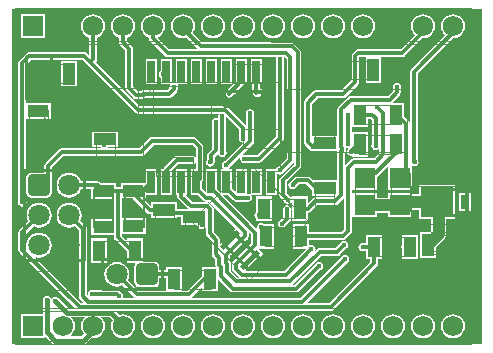
<source format=gbl>
G04*
G04 #@! TF.GenerationSoftware,Altium Limited,Altium Designer,20.0.9 (164)*
G04*
G04 Layer_Physical_Order=2*
G04 Layer_Color=16711680*
%FSLAX25Y25*%
%MOIN*%
G70*
G01*
G75*
%ADD10C,0.01000*%
%ADD12C,0.01575*%
%ADD14C,0.00787*%
%ADD15C,0.00394*%
%ADD16C,0.00197*%
%ADD36R,0.04055X0.07362*%
%ADD37R,0.06890X0.06693*%
%ADD41R,0.04134X0.07087*%
%ADD51R,0.06791X0.06791*%
%ADD52C,0.06791*%
%ADD53C,0.05709*%
%ADD54C,0.07087*%
G04:AMPARAMS|DCode=55|XSize=70.87mil|YSize=70.87mil|CornerRadius=8.86mil|HoleSize=0mil|Usage=FLASHONLY|Rotation=270.000|XOffset=0mil|YOffset=0mil|HoleType=Round|Shape=RoundedRectangle|*
%AMROUNDEDRECTD55*
21,1,0.07087,0.05315,0,0,270.0*
21,1,0.05315,0.07087,0,0,270.0*
1,1,0.01772,-0.02657,-0.02657*
1,1,0.01772,-0.02657,0.02657*
1,1,0.01772,0.02657,0.02657*
1,1,0.01772,0.02657,-0.02657*
%
%ADD55ROUNDEDRECTD55*%
G04:AMPARAMS|DCode=56|XSize=70.87mil|YSize=70.87mil|CornerRadius=8.86mil|HoleSize=0mil|Usage=FLASHONLY|Rotation=180.000|XOffset=0mil|YOffset=0mil|HoleType=Round|Shape=RoundedRectangle|*
%AMROUNDEDRECTD56*
21,1,0.07087,0.05315,0,0,180.0*
21,1,0.05315,0.07087,0,0,180.0*
1,1,0.01772,-0.02657,0.02657*
1,1,0.01772,0.02657,0.02657*
1,1,0.01772,0.02657,-0.02657*
1,1,0.01772,-0.02657,-0.02657*
%
%ADD56ROUNDEDRECTD56*%
%ADD57C,0.01378*%
%ADD58C,0.03937*%
%ADD59C,0.01575*%
%ADD60R,0.10512X0.10000*%
%ADD61R,0.03000X0.05000*%
%ADD62R,0.02559X0.07284*%
%ADD63R,0.07362X0.04055*%
%ADD64R,0.07087X0.04134*%
G04:AMPARAMS|DCode=65|XSize=78.74mil|YSize=15.75mil|CornerRadius=0mil|HoleSize=0mil|Usage=FLASHONLY|Rotation=45.000|XOffset=0mil|YOffset=0mil|HoleType=Round|Shape=Rectangle|*
%AMROTATEDRECTD65*
4,1,4,-0.02227,-0.03341,-0.03341,-0.02227,0.02227,0.03341,0.03341,0.02227,-0.02227,-0.03341,0.0*
%
%ADD65ROTATEDRECTD65*%

G36*
X157087Y394D02*
X25218Y394D01*
X25174Y540D01*
X25170Y591D01*
X26931Y2351D01*
X27480Y2279D01*
X28521Y2416D01*
X29491Y2817D01*
X30323Y3456D01*
X30962Y4289D01*
X31364Y5259D01*
X31501Y6299D01*
X31364Y7340D01*
X30962Y8309D01*
X30323Y9142D01*
X30138Y9285D01*
X30201Y9471D01*
X33030D01*
X34082Y8419D01*
X33998Y8309D01*
X33597Y7340D01*
X33460Y6299D01*
X33597Y5259D01*
X33998Y4289D01*
X34637Y3456D01*
X35470Y2817D01*
X36440Y2416D01*
X37480Y2279D01*
X38521Y2416D01*
X39491Y2817D01*
X40323Y3456D01*
X40962Y4289D01*
X41364Y5259D01*
X41501Y6299D01*
X41364Y7340D01*
X40962Y8309D01*
X40323Y9142D01*
X39491Y9781D01*
X38521Y10183D01*
X37480Y10320D01*
X36440Y10183D01*
X36335Y10140D01*
X35215Y11260D01*
X35291Y11441D01*
X106644D01*
X107143Y11541D01*
X107566Y11824D01*
X122182Y26440D01*
X122465Y26863D01*
X122564Y27362D01*
Y28642D01*
X123917D01*
Y36909D01*
X118602D01*
Y33982D01*
X117827D01*
X117323Y34082D01*
X116785Y33975D01*
X116329Y33671D01*
X116025Y33215D01*
X115918Y32677D01*
X116025Y32140D01*
X116329Y31684D01*
X116785Y31379D01*
X117323Y31272D01*
X117827Y31373D01*
X118602D01*
Y28642D01*
X119955D01*
Y27903D01*
X106103Y14051D01*
X98830D01*
X98755Y14232D01*
X111983Y27461D01*
X112411Y27747D01*
X112715Y28203D01*
X112822Y28740D01*
X112715Y29278D01*
X112411Y29734D01*
X111955Y30038D01*
X111417Y30145D01*
X110880Y30038D01*
X110424Y29734D01*
X110138Y29306D01*
X96654Y15822D01*
X60427D01*
X60391Y15943D01*
X60384Y16019D01*
X63598Y19233D01*
X63779Y19158D01*
Y17913D01*
X69095D01*
Y21717D01*
X69276Y21792D01*
X73093Y17975D01*
X73516Y17692D01*
X74016Y17593D01*
X95276D01*
X95775Y17692D01*
X96198Y17975D01*
X103322Y25099D01*
X103749Y25385D01*
X104054Y25840D01*
X104161Y26378D01*
X104054Y26916D01*
X103749Y27371D01*
X103294Y27676D01*
X102756Y27783D01*
X102218Y27676D01*
X101762Y27371D01*
X101477Y26944D01*
X94735Y20202D01*
X94373D01*
X94291Y20399D01*
X103690Y29798D01*
X108819D01*
X109318Y29897D01*
X109741Y30180D01*
X111589Y32028D01*
X112017Y32314D01*
X112322Y32769D01*
X112429Y33307D01*
X112322Y33845D01*
X112017Y34301D01*
X111561Y34605D01*
X111024Y34712D01*
X110486Y34605D01*
X110030Y34301D01*
X109744Y33873D01*
X108279Y32407D01*
X103150D01*
X102650Y32308D01*
X102227Y32025D01*
X101771Y31569D01*
X101590Y31666D01*
X101662Y32027D01*
X101555Y32565D01*
X101250Y33020D01*
X100794Y33325D01*
X100257Y33432D01*
X99719Y33325D01*
X99682Y33300D01*
X99508Y33393D01*
Y35014D01*
X110728D01*
X111228Y35114D01*
X111651Y35396D01*
X113521Y37266D01*
X113804Y37690D01*
X113903Y38189D01*
Y42656D01*
X114075Y42717D01*
X114100Y42717D01*
X122146D01*
Y44072D01*
X125886D01*
Y42717D01*
X133957D01*
Y45085D01*
X136303D01*
Y42109D01*
X140135D01*
Y38156D01*
X139716Y37736D01*
X136476D01*
Y29193D01*
X141713D01*
Y32432D01*
X144542Y35261D01*
X144952Y35796D01*
X145210Y36419D01*
X145298Y37087D01*
Y42109D01*
X147996D01*
Y53290D01*
X136303D01*
Y50247D01*
X133957D01*
Y50590D01*
X125886D01*
Y49235D01*
X122146D01*
Y50590D01*
X114100D01*
X114075Y50591D01*
X113903Y50651D01*
Y51711D01*
X114075Y51772D01*
Y51772D01*
X122146D01*
Y56128D01*
X125707Y59689D01*
X125886Y59589D01*
Y51772D01*
X133957D01*
Y59590D01*
X134047Y59671D01*
X134122Y59723D01*
X134646Y59619D01*
X135183Y59726D01*
X135639Y60030D01*
X135944Y60486D01*
X136051Y61024D01*
X135944Y61561D01*
X135852Y61699D01*
Y90688D01*
X147447Y102283D01*
X147480Y102279D01*
X148521Y102416D01*
X149491Y102817D01*
X150323Y103456D01*
X150962Y104289D01*
X151364Y105259D01*
X151501Y106299D01*
X151364Y107340D01*
X150962Y108309D01*
X150323Y109142D01*
X149491Y109781D01*
X148521Y110183D01*
X147480Y110320D01*
X146440Y110183D01*
X145470Y109781D01*
X144637Y109142D01*
X143998Y108309D01*
X143597Y107340D01*
X143460Y106299D01*
X143597Y105259D01*
X143998Y104289D01*
X144637Y103456D01*
X144685Y103420D01*
X144698Y103223D01*
X133625Y92150D01*
X133342Y91727D01*
X133243Y91228D01*
Y74451D01*
X133046Y74392D01*
X132812Y74741D01*
X131004Y76550D01*
Y80905D01*
X127517D01*
X127436Y81102D01*
X129663Y83329D01*
X129945Y83753D01*
X130045Y84252D01*
Y85631D01*
X130145Y86135D01*
X130038Y86673D01*
X129734Y87129D01*
X129278Y87433D01*
X128740Y87540D01*
X128202Y87433D01*
X127747Y87129D01*
X127442Y86673D01*
X127335Y86135D01*
X127436Y85631D01*
Y84792D01*
X125838Y83194D01*
X113423D01*
X112923Y83095D01*
X112500Y82812D01*
X109314Y79626D01*
X109031Y79203D01*
X108932Y78703D01*
Y69862D01*
X100453D01*
X100320Y70004D01*
Y80365D01*
X102312Y82357D01*
X110827D01*
X111326Y82456D01*
X111749Y82739D01*
X115883Y86873D01*
X116166Y87296D01*
X116265Y87795D01*
Y95916D01*
X116485Y96136D01*
X118185D01*
X118327Y96004D01*
X118327Y95939D01*
Y87461D01*
X123563D01*
Y95939D01*
X123563Y96004D01*
X123705Y96136D01*
X130598D01*
X131097Y96236D01*
X131520Y96518D01*
X137304Y102302D01*
X137480Y102279D01*
X138521Y102416D01*
X139491Y102817D01*
X140323Y103456D01*
X140962Y104289D01*
X141364Y105259D01*
X141501Y106299D01*
X141364Y107340D01*
X140962Y108309D01*
X140323Y109142D01*
X139491Y109781D01*
X138521Y110183D01*
X137480Y110320D01*
X136440Y110183D01*
X135470Y109781D01*
X134637Y109142D01*
X133998Y108309D01*
X133597Y107340D01*
X133460Y106299D01*
X133597Y105259D01*
X133998Y104289D01*
X134637Y103456D01*
X134645Y103333D01*
X130058Y98746D01*
X115945D01*
X115446Y98646D01*
X115022Y98363D01*
X114038Y97379D01*
X113755Y96956D01*
X113656Y96457D01*
Y88336D01*
X110286Y84966D01*
X101772D01*
X101272Y84867D01*
X100849Y84584D01*
X98093Y81828D01*
X97811Y81405D01*
X97711Y80905D01*
Y67815D01*
X97811Y67316D01*
X98093Y66892D01*
X99410Y65576D01*
X99695Y65148D01*
X100151Y64844D01*
X100453Y64784D01*
Y64626D01*
X108932D01*
Y55059D01*
X100821D01*
X100037Y55844D01*
X99613Y56126D01*
X99114Y56226D01*
X95473D01*
X94973Y56126D01*
X94550Y55844D01*
X93430Y54724D01*
X93003Y54438D01*
X92698Y53983D01*
X92591Y53445D01*
X92698Y52907D01*
X93003Y52451D01*
X93458Y52147D01*
X93996Y52040D01*
X94534Y52147D01*
X94990Y52451D01*
X95275Y52879D01*
X96013Y53617D01*
X98574D01*
X100453Y51738D01*
Y49823D01*
X107940D01*
X108015Y49641D01*
X107710Y49336D01*
X101575D01*
X101076Y49237D01*
X100652Y48954D01*
X99198Y47499D01*
X99016Y47575D01*
Y49606D01*
X93701D01*
Y49474D01*
X93589Y49440D01*
X93504Y49423D01*
X93084Y49704D01*
X92250Y50538D01*
Y54578D01*
X96592Y58920D01*
X96875Y59343D01*
X96974Y59842D01*
Y97638D01*
X96875Y98137D01*
X96592Y98560D01*
X94630Y100522D01*
X94206Y100805D01*
X93707Y100905D01*
X86686D01*
X86655Y100911D01*
X63926D01*
X60782Y104055D01*
X60962Y104289D01*
X61364Y105259D01*
X61501Y106299D01*
X61364Y107340D01*
X60962Y108309D01*
X60323Y109142D01*
X59491Y109781D01*
X58521Y110183D01*
X57480Y110320D01*
X56440Y110183D01*
X55470Y109781D01*
X54637Y109142D01*
X53998Y108309D01*
X53597Y107340D01*
X53460Y106299D01*
X53597Y105259D01*
X53998Y104289D01*
X54637Y103456D01*
X55470Y102817D01*
X56440Y102416D01*
X57480Y102279D01*
X58521Y102416D01*
X58670Y102477D01*
X62220Y98927D01*
X62144Y98746D01*
X52941D01*
X49176Y102510D01*
X49215Y102703D01*
X49491Y102817D01*
X50323Y103456D01*
X50962Y104289D01*
X51364Y105259D01*
X51501Y106299D01*
X51364Y107340D01*
X50962Y108309D01*
X50323Y109142D01*
X49491Y109781D01*
X48521Y110183D01*
X47480Y110320D01*
X46440Y110183D01*
X45470Y109781D01*
X44637Y109142D01*
X43998Y108309D01*
X43597Y107340D01*
X43460Y106299D01*
X43597Y105259D01*
X43998Y104289D01*
X44637Y103456D01*
X45470Y102817D01*
X46176Y102525D01*
Y102361D01*
X46275Y101862D01*
X46558Y101439D01*
X51478Y96518D01*
X51901Y96236D01*
X52400Y96136D01*
X87551D01*
X87848Y96195D01*
X88389D01*
X88494Y95999D01*
X88395Y95500D01*
X88495Y94995D01*
Y69696D01*
X82309Y63509D01*
X78457D01*
X77953Y63610D01*
X77556Y63531D01*
X77460Y63712D01*
X80745Y66998D01*
X81028Y67421D01*
X81127Y67921D01*
Y76758D01*
X81228Y77263D01*
X81121Y77800D01*
X80816Y78256D01*
X80361Y78561D01*
X79823Y78667D01*
X79285Y78561D01*
X78829Y78256D01*
X78525Y77800D01*
X78418Y77263D01*
X78518Y76758D01*
Y73518D01*
X78321Y73436D01*
X72292Y79466D01*
X71869Y79749D01*
X71369Y79848D01*
X42952D01*
X28416Y94384D01*
X28686Y94786D01*
X28785Y95286D01*
Y102525D01*
X29491Y102817D01*
X30323Y103456D01*
X30962Y104289D01*
X31364Y105259D01*
X31501Y106299D01*
X31364Y107340D01*
X30962Y108309D01*
X30323Y109142D01*
X29491Y109781D01*
X28521Y110183D01*
X27480Y110320D01*
X26440Y110183D01*
X25470Y109781D01*
X24637Y109142D01*
X23998Y108309D01*
X23597Y107340D01*
X23460Y106299D01*
X23597Y105259D01*
X23998Y104289D01*
X24637Y103456D01*
X25470Y102817D01*
X26176Y102525D01*
Y96881D01*
X25994Y96806D01*
X25421Y97379D01*
X24997Y97662D01*
X24498Y97761D01*
X6298D01*
X5799Y97662D01*
X5375Y97379D01*
X3015Y95018D01*
X2732Y94595D01*
X2632Y94096D01*
Y48142D01*
X2532Y47638D01*
X2639Y47100D01*
X2944Y46644D01*
X3399Y46340D01*
X3937Y46233D01*
X4475Y46340D01*
X4930Y46644D01*
X5235Y47100D01*
X5342Y47638D01*
X5242Y48142D01*
Y50251D01*
X5438Y50271D01*
X5478Y50074D01*
X5804Y49585D01*
X6292Y49259D01*
X6868Y49144D01*
X12183D01*
X12759Y49259D01*
X13248Y49585D01*
X13574Y50074D01*
X13689Y50650D01*
Y55708D01*
X13804Y55880D01*
X13903Y56380D01*
Y59302D01*
X17666Y63065D01*
X43406D01*
X43905Y63165D01*
X44328Y63448D01*
X47686Y66806D01*
X60483D01*
X61687Y65601D01*
Y62998D01*
X61491Y62893D01*
X61168Y63109D01*
X60630Y63216D01*
X60125Y63116D01*
X55512D01*
X55013Y63016D01*
X54589Y62734D01*
X51007Y59151D01*
X50724Y58728D01*
X50711Y58661D01*
X50059D01*
Y50197D01*
X53799D01*
Y58254D01*
X56052Y60506D01*
X60125D01*
X60630Y60406D01*
X61168Y60513D01*
X61491Y60729D01*
X61687Y60624D01*
Y58661D01*
X60059D01*
Y50197D01*
X62168D01*
X64075Y48290D01*
X64498Y48007D01*
X64997Y47908D01*
X66170D01*
X75171Y38908D01*
X71632Y35369D01*
X71447Y35245D01*
X71324Y35061D01*
X69903Y33640D01*
X69721Y33715D01*
Y35200D01*
X69622Y35700D01*
X69339Y36123D01*
X67642Y37820D01*
Y39951D01*
X67683Y40156D01*
Y45434D01*
X67583Y45934D01*
X67300Y46357D01*
X66436Y47222D01*
X66012Y47504D01*
X65513Y47604D01*
X60737D01*
X58341Y50000D01*
X58423Y50197D01*
X58799D01*
Y58661D01*
X55059D01*
Y50197D01*
X55625D01*
Y49567D01*
X55724Y49068D01*
X56007Y48644D01*
X59056Y45595D01*
X58981Y45413D01*
X56949D01*
Y45301D01*
X55453D01*
Y47579D01*
X46909D01*
Y46531D01*
X46728Y46456D01*
X44448Y48735D01*
X44523Y48917D01*
X45079D01*
Y50053D01*
X45276Y50180D01*
X45450Y50145D01*
X45709Y50197D01*
X48799D01*
Y56246D01*
X48936Y56450D01*
X49043Y56988D01*
X48936Y57526D01*
X48799Y57730D01*
Y58661D01*
X45059D01*
Y54232D01*
X36811D01*
Y52683D01*
X35128D01*
Y54035D01*
X30182D01*
X29988Y54230D01*
X29564Y54512D01*
X29065Y54612D01*
X23460D01*
X23137Y55392D01*
X22474Y56255D01*
X21611Y56918D01*
X20605Y57335D01*
X19526Y57477D01*
X18447Y57335D01*
X17441Y56918D01*
X16578Y56255D01*
X15915Y55392D01*
X15498Y54386D01*
X15356Y53307D01*
X15498Y52228D01*
X15915Y51222D01*
X16578Y50359D01*
X17441Y49696D01*
X18447Y49280D01*
X19526Y49138D01*
X20605Y49280D01*
X21611Y49696D01*
X22474Y50359D01*
X23137Y51222D01*
X23460Y52003D01*
X26860D01*
Y48720D01*
X34522D01*
Y42224D01*
X26860D01*
Y36909D01*
X34522D01*
Y36024D01*
X34622Y35524D01*
X34904Y35101D01*
X38681Y31324D01*
Y27362D01*
X41487D01*
X41592Y27165D01*
X41385Y26856D01*
X41270Y26280D01*
Y20965D01*
X41385Y20389D01*
X41711Y19900D01*
X42200Y19574D01*
X42776Y19459D01*
X48091D01*
X48667Y19574D01*
X49155Y19900D01*
X49481Y20389D01*
X49596Y20965D01*
Y22317D01*
X51968D01*
Y18234D01*
X42666D01*
X39137Y21763D01*
X39461Y22543D01*
X39603Y23622D01*
X39461Y24701D01*
X39044Y25707D01*
X38381Y26570D01*
X37518Y27233D01*
X36512Y27650D01*
X35433Y27792D01*
X34354Y27650D01*
X33348Y27233D01*
X32485Y26570D01*
X31822Y25707D01*
X31406Y24701D01*
X31264Y23622D01*
X31406Y22543D01*
X31822Y21537D01*
X32485Y20674D01*
X33348Y20011D01*
X34354Y19595D01*
X35433Y19453D01*
X36512Y19595D01*
X37292Y19918D01*
X41191Y16019D01*
X41184Y15943D01*
X41148Y15822D01*
X37610D01*
X37536Y15960D01*
X37523Y16019D01*
X37625Y16535D01*
X37519Y17073D01*
X37214Y17529D01*
X36786Y17815D01*
X36552Y18048D01*
X36129Y18331D01*
X35630Y18431D01*
X27670D01*
X27165Y18531D01*
X26628Y18424D01*
X26172Y18119D01*
X25867Y17664D01*
X25760Y17126D01*
X25828Y16787D01*
X25646Y16690D01*
X25456Y16880D01*
Y38681D01*
X25357Y39180D01*
X25074Y39604D01*
X23230Y41448D01*
X23553Y42228D01*
X23695Y43307D01*
X23553Y44386D01*
X23137Y45392D01*
X22474Y46255D01*
X21611Y46918D01*
X20605Y47335D01*
X19526Y47477D01*
X18447Y47335D01*
X17441Y46918D01*
X16578Y46255D01*
X15915Y45392D01*
X15498Y44386D01*
X15356Y43307D01*
X15498Y42228D01*
X15915Y41222D01*
X16578Y40359D01*
X17441Y39696D01*
X18447Y39280D01*
X19526Y39138D01*
X20605Y39280D01*
X21385Y39603D01*
X22847Y38141D01*
Y16339D01*
X22947Y15840D01*
X23229Y15417D01*
X24414Y14232D01*
X24338Y14051D01*
X23528D01*
X8506Y29073D01*
X8598Y29260D01*
X9526Y29138D01*
X10605Y29280D01*
X11611Y29696D01*
X12474Y30359D01*
X13137Y31222D01*
X13553Y32228D01*
X13695Y33307D01*
X13553Y34386D01*
X13137Y35392D01*
X12474Y36255D01*
X11611Y36918D01*
X10605Y37334D01*
X9526Y37477D01*
X8447Y37334D01*
X7441Y36918D01*
X6578Y36255D01*
X5915Y35392D01*
X5498Y34386D01*
X5438Y33931D01*
X5242Y33944D01*
Y37178D01*
X7666Y39603D01*
X8447Y39280D01*
X9526Y39138D01*
X10605Y39280D01*
X11611Y39696D01*
X12474Y40359D01*
X13137Y41222D01*
X13553Y42228D01*
X13695Y43307D01*
X13553Y44386D01*
X13137Y45392D01*
X12474Y46255D01*
X11611Y46918D01*
X10605Y47335D01*
X9526Y47477D01*
X8447Y47335D01*
X7441Y46918D01*
X6578Y46255D01*
X5915Y45392D01*
X5498Y44386D01*
X5356Y43307D01*
X5498Y42228D01*
X5822Y41448D01*
X3015Y38641D01*
X2732Y38217D01*
X2632Y37718D01*
Y31797D01*
X2732Y31298D01*
X3015Y30874D01*
X21426Y12463D01*
X21351Y12281D01*
X19533D01*
X15954Y15860D01*
X15498Y16165D01*
X14961Y16272D01*
X14423Y16165D01*
X13967Y15860D01*
X13744Y15526D01*
X13535Y15568D01*
X13503Y15730D01*
X13198Y16185D01*
X12742Y16490D01*
X12205Y16597D01*
X11667Y16490D01*
X11211Y16185D01*
X10907Y15730D01*
X10800Y15192D01*
Y10285D01*
X3494D01*
Y2313D01*
X11467D01*
Y2825D01*
X11648Y2900D01*
X13958Y591D01*
X13955Y540D01*
X13910Y394D01*
X394D01*
Y112205D01*
X157087D01*
Y394D01*
D02*
G37*
G36*
X25652Y93458D02*
X25652Y93458D01*
X41489Y77621D01*
X41912Y77338D01*
X42412Y77239D01*
X69346D01*
X69438Y77065D01*
X69273Y76817D01*
X69166Y76279D01*
X69266Y75775D01*
Y75654D01*
X69093Y75561D01*
X69038Y75598D01*
X68500Y75705D01*
X67962Y75598D01*
X67507Y75293D01*
X67202Y74838D01*
X67095Y74300D01*
X67195Y73795D01*
Y65566D01*
X65829Y64200D01*
X65547Y63777D01*
X65447Y63278D01*
Y61817D01*
X65237Y61503D01*
X65131Y60965D01*
X65237Y60427D01*
X65542Y59971D01*
X65998Y59667D01*
X66535Y59560D01*
X67073Y59667D01*
X67529Y59971D01*
X67568Y60030D01*
X67674Y60101D01*
X67957Y60524D01*
X68057Y61024D01*
Y62737D01*
X69073Y63753D01*
X69261Y63696D01*
X69273Y63636D01*
X69577Y63180D01*
X70033Y62875D01*
X70571Y62768D01*
X71109Y62875D01*
X71564Y63180D01*
X71869Y63636D01*
X71976Y64173D01*
X71876Y64678D01*
Y75775D01*
X71904Y75918D01*
X72092Y75975D01*
X76254Y71813D01*
Y69402D01*
X76154Y68898D01*
X76261Y68360D01*
X76566Y67904D01*
X77021Y67600D01*
X77347Y67535D01*
X77404Y67347D01*
X71363Y61306D01*
X70936Y61020D01*
X70631Y60565D01*
X70524Y60027D01*
X70631Y59489D01*
X70936Y59034D01*
X71198Y58858D01*
X71138Y58661D01*
X70059D01*
Y51070D01*
X69877Y50995D01*
X68799Y52073D01*
Y58661D01*
X65059D01*
Y51253D01*
X64877Y51178D01*
X63799Y52256D01*
Y54454D01*
X63915Y54570D01*
X64197Y54993D01*
X64297Y55492D01*
Y66142D01*
X64197Y66641D01*
X63915Y67064D01*
X61946Y69033D01*
X61523Y69315D01*
X61024Y69415D01*
X47146D01*
X46646Y69315D01*
X46223Y69033D01*
X42865Y65675D01*
X32509D01*
X32408Y65872D01*
X32475Y65965D01*
X35768D01*
Y71201D01*
X27224D01*
Y65965D01*
X30124D01*
X30191Y65872D01*
X30090Y65675D01*
X17126D01*
X16627Y65575D01*
X16204Y65293D01*
X11676Y60765D01*
X11393Y60342D01*
X11294Y59842D01*
Y57470D01*
X6868D01*
X6292Y57355D01*
X5804Y57029D01*
X5478Y56541D01*
X5438Y56343D01*
X5242Y56363D01*
Y75434D01*
X9244D01*
X9300Y75423D01*
X9357Y75434D01*
X13349D01*
Y80749D01*
X5242D01*
Y93555D01*
X6838Y95152D01*
X23958D01*
X25652Y93458D01*
D02*
G37*
G36*
X120349Y75050D02*
Y67040D01*
X120249Y66535D01*
X120355Y65998D01*
X120660Y65542D01*
X121116Y65237D01*
X121653Y65131D01*
X122191Y65237D01*
X122647Y65542D01*
X122720Y65651D01*
X122908Y65594D01*
Y64123D01*
X121113Y62328D01*
X114407D01*
X113908Y62229D01*
X113484Y61946D01*
X111738Y60199D01*
X111541Y60281D01*
Y64322D01*
X111579Y64380D01*
X111679Y64879D01*
Y65650D01*
X111875Y65755D01*
X112061Y65631D01*
X112308Y65582D01*
X112384Y65400D01*
X112186Y65105D01*
X112079Y64567D01*
X112186Y64029D01*
X112491Y63573D01*
X112947Y63269D01*
X113484Y63162D01*
X113726Y63210D01*
X113878Y63085D01*
Y62795D01*
X119193D01*
Y71063D01*
X113903D01*
Y72638D01*
X119193D01*
Y75467D01*
X119932D01*
X120349Y75050D01*
D02*
G37*
G36*
X92002Y95523D02*
Y62332D01*
X89218Y59547D01*
X88790Y59261D01*
X88485Y58805D01*
X88457Y58661D01*
X85059D01*
Y50197D01*
X88799D01*
Y57059D01*
X88973Y57152D01*
X89246Y56970D01*
X89784Y56863D01*
X90321Y56970D01*
X90777Y57274D01*
X91063Y57702D01*
X94168Y60807D01*
X94365Y60726D01*
Y60383D01*
X90022Y56041D01*
X89740Y55617D01*
X89640Y55118D01*
Y49998D01*
X89740Y49499D01*
X90022Y49075D01*
X91239Y47859D01*
X91525Y47431D01*
X91980Y47127D01*
X92518Y47020D01*
X93056Y47127D01*
X93504Y47426D01*
X93589Y47409D01*
X93701Y47375D01*
Y45400D01*
X93504Y45380D01*
X93424Y45782D01*
X93119Y46238D01*
X92664Y46543D01*
X92126Y46650D01*
X91588Y46543D01*
X91132Y46238D01*
X90828Y45782D01*
X90721Y45245D01*
X90821Y44740D01*
Y42666D01*
X89986Y41830D01*
X89558Y41545D01*
X89253Y41089D01*
X89146Y40551D01*
X89253Y40014D01*
X89558Y39558D01*
X90013Y39253D01*
X90551Y39146D01*
X91089Y39253D01*
X91545Y39558D01*
X91830Y39985D01*
X93049Y41203D01*
X93331Y41627D01*
X93431Y42126D01*
Y44740D01*
X93504Y45109D01*
X93701Y45089D01*
Y41339D01*
X99016D01*
Y44168D01*
X99515Y44267D01*
X99938Y44550D01*
X102115Y46727D01*
X108251D01*
X108750Y46826D01*
X109173Y47109D01*
X111097Y49033D01*
X111294Y48951D01*
Y38729D01*
X110188Y37624D01*
X99508D01*
Y40453D01*
X94193D01*
Y32185D01*
X98312D01*
X98388Y32003D01*
X91114Y24730D01*
X78510D01*
X78435Y24912D01*
X80800Y27276D01*
X80915Y27353D01*
X80992Y27468D01*
X84097Y30574D01*
X82667Y32003D01*
X82743Y32185D01*
X87697D01*
Y40453D01*
X84325D01*
X84002Y40668D01*
X83465Y40775D01*
X82927Y40668D01*
X82605Y40453D01*
X82382D01*
Y40230D01*
X82167Y39908D01*
X82060Y39370D01*
X82129Y39021D01*
X81948Y38924D01*
X70857Y50015D01*
X70932Y50197D01*
X72307D01*
X74255Y48249D01*
X74678Y47966D01*
X75178Y47867D01*
X75385Y47908D01*
X78671D01*
X79175Y47808D01*
X79713Y47915D01*
X80168Y48219D01*
X80473Y48675D01*
X80580Y49213D01*
X80473Y49750D01*
X80291Y50023D01*
X80383Y50197D01*
X83799D01*
Y58661D01*
X80059D01*
Y50488D01*
X79886Y50395D01*
X79713Y50511D01*
X79175Y50617D01*
X78951Y50573D01*
X78799Y50698D01*
Y58661D01*
X75059D01*
Y51392D01*
X74877Y51317D01*
X73799Y52395D01*
Y58661D01*
X72720D01*
X72660Y58858D01*
X72923Y59034D01*
X73208Y59461D01*
X76445Y62698D01*
X76627Y62601D01*
X76548Y62205D01*
X76655Y61667D01*
X76959Y61211D01*
X77415Y60907D01*
X77953Y60800D01*
X78457Y60900D01*
X82849D01*
X83349Y60999D01*
X83772Y61282D01*
X90723Y68233D01*
X91005Y68656D01*
X91105Y69155D01*
Y94995D01*
X91205Y95500D01*
X91118Y95938D01*
X91243Y96121D01*
X91388Y96137D01*
X92002Y95523D01*
D02*
G37*
G36*
X80191Y36990D02*
Y33942D01*
X74182Y27932D01*
X73899Y27509D01*
X73800Y27009D01*
Y25508D01*
X73899Y25009D01*
X74182Y24585D01*
X76021Y22746D01*
X75945Y22564D01*
X75737D01*
X73450Y24851D01*
Y27099D01*
X73351Y27598D01*
X73068Y28021D01*
Y29531D01*
X78979Y35443D01*
X79262Y35866D01*
X79362Y36365D01*
Y37563D01*
X79543Y37639D01*
X80191Y36990D01*
D02*
G37*
G36*
X40813Y48821D02*
X41095Y48398D01*
X45456Y44038D01*
X45879Y43755D01*
X46378Y43656D01*
X46909D01*
Y42342D01*
X55453D01*
Y42691D01*
X56949D01*
Y40177D01*
X61994D01*
X62464Y39707D01*
X62481Y39620D01*
X62786Y39164D01*
X63242Y38860D01*
X63779Y38752D01*
X64317Y38860D01*
X64773Y39164D01*
X64844Y39270D01*
X65033Y39213D01*
Y37280D01*
X65132Y36781D01*
X65415Y36358D01*
X67112Y34660D01*
Y30395D01*
X67211Y29896D01*
X67494Y29473D01*
X68294Y28673D01*
Y26584D01*
X68344Y26333D01*
X68219Y26181D01*
X63779D01*
Y23060D01*
X63644Y22970D01*
X58908Y18234D01*
X57284D01*
Y26181D01*
X51968D01*
Y24927D01*
X49596D01*
Y26280D01*
X49481Y26856D01*
X49155Y27344D01*
X48667Y27670D01*
X48091Y27785D01*
X43996D01*
Y35630D01*
X38681D01*
Y35271D01*
X38499Y35196D01*
X37131Y36564D01*
Y37106D01*
X45079D01*
Y42421D01*
X37131D01*
Y48917D01*
X40793D01*
X40813Y48821D01*
D02*
G37*
G36*
X24823Y9285D02*
X24637Y9142D01*
X23998Y8309D01*
X23597Y7340D01*
X23460Y6299D01*
X23597Y5259D01*
X23998Y4289D01*
X24387Y3782D01*
X23585Y2980D01*
X20009D01*
X19945Y3166D01*
X20323Y3456D01*
X20962Y4289D01*
X21364Y5259D01*
X21501Y6299D01*
X21364Y7340D01*
X20962Y8309D01*
X20323Y9142D01*
X20138Y9285D01*
X20201Y9471D01*
X24760D01*
X24823Y9285D01*
D02*
G37*
%LPC*%
G36*
X11467Y110285D02*
X3494D01*
Y102313D01*
X11467D01*
Y110285D01*
D02*
G37*
G36*
X117480Y110320D02*
X116440Y110183D01*
X115470Y109781D01*
X114637Y109142D01*
X113998Y108309D01*
X113597Y107340D01*
X113460Y106299D01*
X113597Y105259D01*
X113998Y104289D01*
X114637Y103456D01*
X115470Y102817D01*
X116440Y102416D01*
X117480Y102279D01*
X118521Y102416D01*
X119491Y102817D01*
X120323Y103456D01*
X120962Y104289D01*
X121364Y105259D01*
X121501Y106299D01*
X121364Y107340D01*
X120962Y108309D01*
X120323Y109142D01*
X119491Y109781D01*
X118521Y110183D01*
X117480Y110320D01*
D02*
G37*
G36*
X107480D02*
X106440Y110183D01*
X105470Y109781D01*
X104637Y109142D01*
X103998Y108309D01*
X103597Y107340D01*
X103460Y106299D01*
X103597Y105259D01*
X103998Y104289D01*
X104637Y103456D01*
X105470Y102817D01*
X106440Y102416D01*
X107480Y102279D01*
X108521Y102416D01*
X109491Y102817D01*
X110323Y103456D01*
X110962Y104289D01*
X111364Y105259D01*
X111501Y106299D01*
X111364Y107340D01*
X110962Y108309D01*
X110323Y109142D01*
X109491Y109781D01*
X108521Y110183D01*
X107480Y110320D01*
D02*
G37*
G36*
X97480D02*
X96440Y110183D01*
X95470Y109781D01*
X94637Y109142D01*
X93998Y108309D01*
X93597Y107340D01*
X93460Y106299D01*
X93597Y105259D01*
X93998Y104289D01*
X94637Y103456D01*
X95470Y102817D01*
X96440Y102416D01*
X97480Y102279D01*
X98521Y102416D01*
X99491Y102817D01*
X100323Y103456D01*
X100962Y104289D01*
X101364Y105259D01*
X101501Y106299D01*
X101364Y107340D01*
X100962Y108309D01*
X100323Y109142D01*
X99491Y109781D01*
X98521Y110183D01*
X97480Y110320D01*
D02*
G37*
G36*
X87480D02*
X86440Y110183D01*
X85470Y109781D01*
X84637Y109142D01*
X83998Y108309D01*
X83597Y107340D01*
X83460Y106299D01*
X83597Y105259D01*
X83998Y104289D01*
X84637Y103456D01*
X85470Y102817D01*
X86440Y102416D01*
X87480Y102279D01*
X88521Y102416D01*
X89491Y102817D01*
X90323Y103456D01*
X90962Y104289D01*
X91364Y105259D01*
X91501Y106299D01*
X91364Y107340D01*
X90962Y108309D01*
X90323Y109142D01*
X89491Y109781D01*
X88521Y110183D01*
X87480Y110320D01*
D02*
G37*
G36*
X77480D02*
X76440Y110183D01*
X75470Y109781D01*
X74637Y109142D01*
X73998Y108309D01*
X73597Y107340D01*
X73460Y106299D01*
X73597Y105259D01*
X73998Y104289D01*
X74637Y103456D01*
X75470Y102817D01*
X76440Y102416D01*
X77480Y102279D01*
X78521Y102416D01*
X79491Y102817D01*
X80323Y103456D01*
X80962Y104289D01*
X81364Y105259D01*
X81501Y106299D01*
X81364Y107340D01*
X80962Y108309D01*
X80323Y109142D01*
X79491Y109781D01*
X78521Y110183D01*
X77480Y110320D01*
D02*
G37*
G36*
X67480D02*
X66440Y110183D01*
X65470Y109781D01*
X64637Y109142D01*
X63998Y108309D01*
X63597Y107340D01*
X63460Y106299D01*
X63597Y105259D01*
X63998Y104289D01*
X64637Y103456D01*
X65470Y102817D01*
X66440Y102416D01*
X67480Y102279D01*
X68521Y102416D01*
X69491Y102817D01*
X70323Y103456D01*
X70962Y104289D01*
X71364Y105259D01*
X71501Y106299D01*
X71364Y107340D01*
X70962Y108309D01*
X70323Y109142D01*
X69491Y109781D01*
X68521Y110183D01*
X67480Y110320D01*
D02*
G37*
G36*
X73799Y95472D02*
X70059D01*
Y87008D01*
X73799D01*
Y95472D01*
D02*
G37*
G36*
X68799D02*
X65059D01*
Y87008D01*
X68799D01*
Y95472D01*
D02*
G37*
G36*
X63799D02*
X60059D01*
Y87008D01*
X63799D01*
Y95472D01*
D02*
G37*
G36*
X48799D02*
X45059D01*
Y87008D01*
X48799D01*
Y95472D01*
D02*
G37*
G36*
X83799D02*
X80059D01*
Y87008D01*
X80625D01*
Y84452D01*
X80585Y84251D01*
X80684Y83752D01*
X80967Y83329D01*
X80970Y83327D01*
X81007Y83290D01*
X81430Y83007D01*
X81929Y82908D01*
X82124Y82947D01*
X82171D01*
X82676Y82846D01*
X83213Y82953D01*
X83669Y83258D01*
X83974Y83714D01*
X84081Y84251D01*
X83974Y84789D01*
X83669Y85245D01*
X83234Y85536D01*
Y87008D01*
X83799D01*
Y95472D01*
D02*
G37*
G36*
X78799D02*
X75059D01*
Y87947D01*
X72967Y85855D01*
X72946Y85851D01*
X72522Y85568D01*
X71833Y84879D01*
X71551Y84456D01*
X71451Y83957D01*
X71551Y83457D01*
X71833Y83034D01*
X71912Y82955D01*
X72335Y82673D01*
X72835Y82573D01*
X73334Y82673D01*
X73757Y82955D01*
X73757Y82955D01*
X74118Y83316D01*
X74275Y83348D01*
X74731Y83652D01*
X75035Y84108D01*
X75066Y84265D01*
X77810Y87008D01*
X78799D01*
Y95472D01*
D02*
G37*
G36*
X37480Y110320D02*
X36440Y110183D01*
X35470Y109781D01*
X34637Y109142D01*
X33998Y108309D01*
X33597Y107340D01*
X33460Y106299D01*
X33597Y105259D01*
X33998Y104289D01*
X34637Y103456D01*
X35470Y102817D01*
X36176Y102525D01*
Y100945D01*
X36275Y100446D01*
X36558Y100023D01*
X38302Y98278D01*
Y85594D01*
X38402Y85095D01*
X38684Y84672D01*
X40878Y82478D01*
X41302Y82195D01*
X41801Y82096D01*
X43758D01*
X44257Y82195D01*
X44499Y82357D01*
X52786D01*
X53285Y82456D01*
X53708Y82739D01*
X55352Y84382D01*
X55634Y84806D01*
X55734Y85305D01*
Y85946D01*
X55771Y86135D01*
X55664Y86673D01*
X55635Y86717D01*
X55634Y86720D01*
X55558Y86834D01*
X55651Y87008D01*
X58799D01*
Y95472D01*
X55059D01*
Y87557D01*
X55031Y87533D01*
X54862Y87442D01*
X54366Y87540D01*
X53996Y87467D01*
X53799Y87628D01*
Y95472D01*
X50059D01*
Y91395D01*
X49907Y91293D01*
X49602Y90838D01*
X49495Y90300D01*
X49602Y89762D01*
X49907Y89307D01*
X50059Y89205D01*
Y87008D01*
X53083D01*
X53176Y86834D01*
X53068Y86673D01*
X52961Y86135D01*
X53037Y85757D01*
X52245Y84966D01*
X44019D01*
X43520Y84867D01*
X43278Y84705D01*
X42341D01*
X40911Y86135D01*
Y98819D01*
X40812Y99318D01*
X40529Y99741D01*
X38785Y101486D01*
Y102525D01*
X39491Y102817D01*
X40323Y103456D01*
X40962Y104289D01*
X41364Y105259D01*
X41501Y106299D01*
X41364Y107340D01*
X40962Y108309D01*
X40323Y109142D01*
X39491Y109781D01*
X38521Y110183D01*
X37480Y110320D01*
D02*
G37*
G36*
X153497Y50791D02*
X149315D01*
Y44609D01*
X153497D01*
Y50791D01*
D02*
G37*
G36*
X135728Y36909D02*
X130413D01*
Y33341D01*
X130395Y33313D01*
X130288Y32776D01*
X130395Y32238D01*
X130413Y32210D01*
Y28642D01*
X135728D01*
Y36909D01*
D02*
G37*
G36*
X32185Y35630D02*
X26870D01*
Y27362D01*
X32185D01*
Y35630D01*
D02*
G37*
G36*
X147480Y10320D02*
X146440Y10183D01*
X145470Y9781D01*
X144637Y9142D01*
X143998Y8309D01*
X143597Y7340D01*
X143460Y6299D01*
X143597Y5259D01*
X143998Y4289D01*
X144637Y3456D01*
X145470Y2817D01*
X146440Y2416D01*
X147480Y2279D01*
X148521Y2416D01*
X149491Y2817D01*
X150323Y3456D01*
X150962Y4289D01*
X151364Y5259D01*
X151501Y6299D01*
X151364Y7340D01*
X150962Y8309D01*
X150323Y9142D01*
X149491Y9781D01*
X148521Y10183D01*
X147480Y10320D01*
D02*
G37*
G36*
X137480D02*
X136440Y10183D01*
X135470Y9781D01*
X134637Y9142D01*
X133998Y8309D01*
X133597Y7340D01*
X133460Y6299D01*
X133597Y5259D01*
X133998Y4289D01*
X134637Y3456D01*
X135470Y2817D01*
X136440Y2416D01*
X137480Y2279D01*
X138521Y2416D01*
X139491Y2817D01*
X140323Y3456D01*
X140962Y4289D01*
X141364Y5259D01*
X141501Y6299D01*
X141364Y7340D01*
X140962Y8309D01*
X140323Y9142D01*
X139491Y9781D01*
X138521Y10183D01*
X137480Y10320D01*
D02*
G37*
G36*
X127480D02*
X126440Y10183D01*
X125470Y9781D01*
X124637Y9142D01*
X123998Y8309D01*
X123597Y7340D01*
X123460Y6299D01*
X123597Y5259D01*
X123998Y4289D01*
X124637Y3456D01*
X125470Y2817D01*
X126440Y2416D01*
X127480Y2279D01*
X128521Y2416D01*
X129491Y2817D01*
X130323Y3456D01*
X130962Y4289D01*
X131364Y5259D01*
X131501Y6299D01*
X131364Y7340D01*
X130962Y8309D01*
X130323Y9142D01*
X129491Y9781D01*
X128521Y10183D01*
X127480Y10320D01*
D02*
G37*
G36*
X117480D02*
X116440Y10183D01*
X115470Y9781D01*
X114637Y9142D01*
X113998Y8309D01*
X113597Y7340D01*
X113460Y6299D01*
X113597Y5259D01*
X113998Y4289D01*
X114637Y3456D01*
X115470Y2817D01*
X116440Y2416D01*
X117480Y2279D01*
X118521Y2416D01*
X119491Y2817D01*
X120323Y3456D01*
X120962Y4289D01*
X121364Y5259D01*
X121501Y6299D01*
X121364Y7340D01*
X120962Y8309D01*
X120323Y9142D01*
X119491Y9781D01*
X118521Y10183D01*
X117480Y10320D01*
D02*
G37*
G36*
X107480D02*
X106440Y10183D01*
X105470Y9781D01*
X104637Y9142D01*
X103998Y8309D01*
X103597Y7340D01*
X103460Y6299D01*
X103597Y5259D01*
X103998Y4289D01*
X104637Y3456D01*
X105470Y2817D01*
X106440Y2416D01*
X107480Y2279D01*
X108521Y2416D01*
X109491Y2817D01*
X110323Y3456D01*
X110962Y4289D01*
X111364Y5259D01*
X111501Y6299D01*
X111364Y7340D01*
X110962Y8309D01*
X110323Y9142D01*
X109491Y9781D01*
X108521Y10183D01*
X107480Y10320D01*
D02*
G37*
G36*
X97480D02*
X96440Y10183D01*
X95470Y9781D01*
X94637Y9142D01*
X93998Y8309D01*
X93597Y7340D01*
X93460Y6299D01*
X93597Y5259D01*
X93998Y4289D01*
X94637Y3456D01*
X95470Y2817D01*
X96440Y2416D01*
X97480Y2279D01*
X98521Y2416D01*
X99491Y2817D01*
X100323Y3456D01*
X100962Y4289D01*
X101364Y5259D01*
X101501Y6299D01*
X101364Y7340D01*
X100962Y8309D01*
X100323Y9142D01*
X99491Y9781D01*
X98521Y10183D01*
X97480Y10320D01*
D02*
G37*
G36*
X87480D02*
X86440Y10183D01*
X85470Y9781D01*
X84637Y9142D01*
X83998Y8309D01*
X83597Y7340D01*
X83460Y6299D01*
X83597Y5259D01*
X83998Y4289D01*
X84637Y3456D01*
X85470Y2817D01*
X86440Y2416D01*
X87480Y2279D01*
X88521Y2416D01*
X89491Y2817D01*
X90323Y3456D01*
X90962Y4289D01*
X91364Y5259D01*
X91501Y6299D01*
X91364Y7340D01*
X90962Y8309D01*
X90323Y9142D01*
X89491Y9781D01*
X88521Y10183D01*
X87480Y10320D01*
D02*
G37*
G36*
X77480D02*
X76440Y10183D01*
X75470Y9781D01*
X74637Y9142D01*
X73998Y8309D01*
X73597Y7340D01*
X73460Y6299D01*
X73597Y5259D01*
X73998Y4289D01*
X74637Y3456D01*
X75470Y2817D01*
X76440Y2416D01*
X77480Y2279D01*
X78521Y2416D01*
X79491Y2817D01*
X80323Y3456D01*
X80962Y4289D01*
X81364Y5259D01*
X81501Y6299D01*
X81364Y7340D01*
X80962Y8309D01*
X80323Y9142D01*
X79491Y9781D01*
X78521Y10183D01*
X77480Y10320D01*
D02*
G37*
G36*
X67480D02*
X66440Y10183D01*
X65470Y9781D01*
X64637Y9142D01*
X63998Y8309D01*
X63597Y7340D01*
X63460Y6299D01*
X63597Y5259D01*
X63998Y4289D01*
X64637Y3456D01*
X65470Y2817D01*
X66440Y2416D01*
X67480Y2279D01*
X68521Y2416D01*
X69491Y2817D01*
X70323Y3456D01*
X70962Y4289D01*
X71364Y5259D01*
X71501Y6299D01*
X71364Y7340D01*
X70962Y8309D01*
X70323Y9142D01*
X69491Y9781D01*
X68521Y10183D01*
X67480Y10320D01*
D02*
G37*
G36*
X57480D02*
X56440Y10183D01*
X55470Y9781D01*
X54637Y9142D01*
X53998Y8309D01*
X53597Y7340D01*
X53460Y6299D01*
X53597Y5259D01*
X53998Y4289D01*
X54637Y3456D01*
X55470Y2817D01*
X56440Y2416D01*
X57480Y2279D01*
X58521Y2416D01*
X59491Y2817D01*
X60323Y3456D01*
X60962Y4289D01*
X61364Y5259D01*
X61501Y6299D01*
X61364Y7340D01*
X60962Y8309D01*
X60323Y9142D01*
X59491Y9781D01*
X58521Y10183D01*
X57480Y10320D01*
D02*
G37*
G36*
X47480D02*
X46440Y10183D01*
X45470Y9781D01*
X44637Y9142D01*
X43998Y8309D01*
X43597Y7340D01*
X43460Y6299D01*
X43597Y5259D01*
X43998Y4289D01*
X44637Y3456D01*
X45470Y2817D01*
X46440Y2416D01*
X47480Y2279D01*
X48521Y2416D01*
X49491Y2817D01*
X50323Y3456D01*
X50962Y4289D01*
X51364Y5259D01*
X51501Y6299D01*
X51364Y7340D01*
X50962Y8309D01*
X50323Y9142D01*
X49491Y9781D01*
X48521Y10183D01*
X47480Y10320D01*
D02*
G37*
G36*
X21988Y94823D02*
X16752D01*
Y86279D01*
X21988D01*
Y94823D01*
D02*
G37*
G36*
X87205Y49606D02*
X81890D01*
Y44438D01*
X81684Y44300D01*
X81379Y43845D01*
X81272Y43307D01*
X81379Y42769D01*
X81684Y42314D01*
X81890Y42176D01*
Y41339D01*
X87205D01*
Y49606D01*
D02*
G37*
%LPD*%
D10*
X4526Y28307D02*
X14526D01*
X4526D02*
Y58307D01*
X14526D01*
X24526Y48307D02*
Y58307D01*
X14526D02*
X24526D01*
X14526Y28307D02*
X24526D01*
Y58307D01*
X40433Y18622D02*
X50433Y18622D01*
X50433Y28622D02*
X50433Y18622D01*
X30433Y18622D02*
X50433Y18622D01*
X30433Y28622D02*
X50433Y28622D01*
X30433Y18622D02*
Y28622D01*
X137794Y43409D02*
X152006D01*
Y51991D01*
X137794D02*
X152006D01*
X137794Y43409D02*
Y51991D01*
X5009Y82088D02*
Y96300D01*
X13591D01*
Y82088D02*
Y96300D01*
X5009Y82088D02*
X13591D01*
X71260Y84842D02*
X83858D01*
Y79724D02*
Y84842D01*
X71260Y79724D02*
X83858D01*
X71260D02*
Y84842D01*
X73936Y37951D02*
X82844Y29042D01*
X70317Y34332D02*
X73936Y37951D01*
X70317Y34332D02*
X79225Y25423D01*
X82844Y29042D01*
D12*
X14961Y14867D02*
X18951Y10876D01*
X33612D01*
X27480Y4888D02*
Y6299D01*
X24168Y1575D02*
X27480Y4888D01*
X37480Y6299D02*
Y7008D01*
X33612Y10876D02*
X37480Y7008D01*
X14961Y1575D02*
X24168D01*
X12205Y4331D02*
Y15192D01*
Y4331D02*
X14961Y1575D01*
D14*
X154823Y57468D02*
Y90145D01*
X136909Y57468D02*
X154823D01*
X136909D02*
Y89948D01*
Y90145D02*
X154823D01*
D15*
X2480Y1299D02*
Y11299D01*
Y1299D02*
X152480D01*
Y11299D01*
X2480D02*
X152480D01*
X2480Y101299D02*
Y111299D01*
Y101299D02*
X152480D01*
Y111299D01*
X2480D02*
X152480D01*
X44193Y82598D02*
X49193Y87598D01*
X44193D02*
X89665D01*
Y58071D02*
Y87598D01*
X44193Y58071D02*
X89665D01*
X44193D02*
Y87598D01*
X140021Y37797D02*
X152619D01*
Y31498D02*
Y37797D01*
X140021Y31498D02*
X152619D01*
X140021D02*
Y37797D01*
X12450Y64001D02*
Y76599D01*
X6150Y64001D02*
X12450D01*
X6150D02*
Y76599D01*
X12450D01*
X10351D02*
X12450Y74501D01*
X48524Y56299D02*
X60925D01*
X48524D02*
Y62598D01*
X60925D01*
Y56299D02*
Y62598D01*
X60119Y41339D02*
X79606Y60826D01*
X99094Y41339D01*
X79606Y21851D02*
X99094Y41339D01*
X60119D02*
X79606Y21851D01*
X62346Y39112D02*
Y43566D01*
X42323Y71850D02*
Y85630D01*
X16732Y71850D02*
X42323D01*
X16732D02*
Y85630D01*
X42323D01*
X33268D02*
X42323Y76575D01*
X132283Y64567D02*
Y85433D01*
X92126Y64567D02*
X132283D01*
X92126D02*
Y85433D01*
X132283D01*
X129724D02*
X132283Y82874D01*
X66732Y71063D02*
Y86417D01*
X47441Y71063D02*
X66732D01*
X47441D02*
Y86417D01*
X66732D01*
X61732D02*
X66732Y81417D01*
X7480Y24803D02*
X20079D01*
Y18504D02*
Y24803D01*
X7480Y18504D02*
X20079D01*
X7480D02*
Y24803D01*
X120866Y33827D02*
X122965Y35925D01*
X120866Y29626D02*
Y35925D01*
Y29626D02*
X133465D01*
Y35925D01*
X120866D02*
X133465D01*
X42390Y52067D02*
X44488Y49968D01*
X38189Y52067D02*
X44488D01*
X38189Y39469D02*
Y52067D01*
Y39469D02*
X44488D01*
Y52067D01*
X133465Y40295D02*
X151378D01*
X133465D02*
Y53051D01*
X151378D01*
Y40295D02*
Y53051D01*
X101575Y40551D02*
X107874D01*
X101575D02*
Y53150D01*
X107874D01*
Y40551D02*
Y53150D01*
X74508Y87402D02*
Y93701D01*
Y87402D02*
X86910D01*
Y93701D01*
X74508D02*
X86910D01*
X90158Y65748D02*
Y72047D01*
X77559D02*
X90158D01*
X77559Y65748D02*
Y72047D01*
Y65748D02*
X90158D01*
X133366Y29626D02*
Y35925D01*
X120965Y29626D02*
X133366D01*
X120965D02*
Y35925D01*
X133366D01*
X139944Y22343D02*
Y28642D01*
Y22343D02*
X152542D01*
Y28642D01*
X139944D02*
X152542D01*
X37795Y39469D02*
X44094D01*
X37795D02*
Y51870D01*
X44094D01*
Y39469D02*
Y51870D01*
X7480Y87402D02*
Y93701D01*
X20079D01*
Y87402D02*
Y93701D01*
X7480Y87402D02*
X20079D01*
X114961Y44882D02*
Y57480D01*
Y44882D02*
X121260D01*
Y57480D01*
X114961D02*
X121260D01*
X114961Y55382D02*
X117059Y57480D01*
X126772Y44882D02*
Y57480D01*
Y44882D02*
X133071D01*
Y57480D01*
X126772D02*
X133071D01*
X126772Y55382D02*
X128870Y57480D01*
X33750Y39370D02*
Y51968D01*
X27451Y39370D02*
X33750D01*
X27451D02*
Y51968D01*
X33750D01*
X31652D02*
X33750Y49870D01*
X116240Y63779D02*
X128642D01*
Y70079D01*
X116240D02*
X128642D01*
X116240Y63779D02*
Y70079D01*
Y73622D02*
X128642D01*
Y79921D01*
X116240D02*
X128642D01*
X116240Y73622D02*
Y79921D01*
X54331Y18898D02*
X66732D01*
Y25197D01*
X54331D02*
X66732D01*
X54331Y18898D02*
Y25197D01*
X27845Y39272D02*
Y51673D01*
Y39272D02*
X34144D01*
Y51673D01*
X27845D02*
X34144D01*
X6066Y65985D02*
Y78387D01*
Y65985D02*
X12365D01*
Y78387D01*
X6066D02*
X12365D01*
X84744Y33169D02*
X97146D01*
Y39469D01*
X84744D02*
X97146D01*
X84744Y33169D02*
Y39469D01*
X84252Y42323D02*
X96653D01*
Y48622D01*
X84252D02*
X96653D01*
X84252Y42323D02*
Y48622D01*
X29232Y34646D02*
X41634D01*
X29232Y28346D02*
Y34646D01*
Y28346D02*
X41634D01*
Y34646D01*
X101575Y66535D02*
Y79134D01*
Y66535D02*
X107874D01*
Y79134D01*
X101575D02*
X107874D01*
X109055Y88583D02*
X121653D01*
Y94882D01*
X109055D02*
X121653D01*
X109055Y88583D02*
Y94882D01*
X138386Y36614D02*
X150984D01*
X138386Y30315D02*
Y36614D01*
Y30315D02*
X150984D01*
Y36614D01*
X34646Y56693D02*
Y69291D01*
X28346D02*
X34646D01*
X28346Y56693D02*
Y69291D01*
Y56693D02*
X34646D01*
X54331Y33071D02*
Y45669D01*
X48031D02*
X54331D01*
X48031Y33071D02*
Y45669D01*
Y33071D02*
X54331Y33071D01*
X58071Y30906D02*
Y43504D01*
Y30906D02*
X64370D01*
Y43504D01*
X58071D02*
X64370D01*
D16*
X1496Y315D02*
Y12284D01*
Y315D02*
X153465D01*
Y12284D01*
X1496D02*
X153465D01*
X1496Y100315D02*
Y112284D01*
Y100315D02*
X153465D01*
Y112284D01*
X1496D02*
X153465D01*
D36*
X19370Y90551D02*
D03*
X8189D02*
D03*
X109764Y91732D02*
D03*
X120945D02*
D03*
X150276Y33465D02*
D03*
X139094D02*
D03*
D37*
X118110Y55709D02*
D03*
Y46654D02*
D03*
X129921Y55709D02*
D03*
Y46654D02*
D03*
D41*
X121260Y32776D02*
D03*
X133071D02*
D03*
X116535Y66929D02*
D03*
X128347D02*
D03*
X116535Y76772D02*
D03*
X128347D02*
D03*
X54626Y22047D02*
D03*
X66437D02*
D03*
X85039Y36319D02*
D03*
X96850D02*
D03*
X84547Y45472D02*
D03*
X96358D02*
D03*
X41339Y31496D02*
D03*
X29528Y31496D02*
D03*
D51*
X7480Y6299D02*
D03*
Y106299D02*
D03*
D52*
X17480Y6299D02*
D03*
X27480D02*
D03*
X37480D02*
D03*
X47480D02*
D03*
X57480D02*
D03*
X67480D02*
D03*
X77480D02*
D03*
X87480D02*
D03*
X97480D02*
D03*
X107480D02*
D03*
X117480D02*
D03*
X127480D02*
D03*
X137480D02*
D03*
X147480D02*
D03*
X17480Y106299D02*
D03*
X27480D02*
D03*
X37480D02*
D03*
X47480D02*
D03*
X57480D02*
D03*
X67480D02*
D03*
X77480D02*
D03*
X87480D02*
D03*
X97480D02*
D03*
X107480D02*
D03*
X117480D02*
D03*
X127480D02*
D03*
X137480D02*
D03*
X147480D02*
D03*
D53*
X138977Y83649D02*
D03*
Y63964D02*
D03*
D54*
X149606Y60027D02*
D03*
Y87586D02*
D03*
X19526Y53307D02*
D03*
X9526Y43307D02*
D03*
Y33307D02*
D03*
X19526D02*
D03*
Y43307D02*
D03*
X35433Y23622D02*
D03*
D55*
X9526Y53307D02*
D03*
D56*
X45433Y23622D02*
D03*
D57*
X3937Y94096D02*
X6298Y96457D01*
X3937Y47638D02*
Y94096D01*
X25973Y14518D02*
X97195D01*
X3937Y31797D02*
X22988Y12746D01*
X106644D02*
X121260Y27362D01*
X97195Y14518D02*
X111417Y28740D01*
X24152Y16339D02*
X25973Y14518D01*
X22988Y12746D02*
X106644D01*
X27165Y17126D02*
X35630D01*
X36220Y16535D01*
X24152Y16339D02*
Y38681D01*
X19526Y43307D02*
X24152Y38681D01*
X3937Y31797D02*
Y37718D01*
X134547Y91228D02*
X149606Y106287D01*
X57480Y105512D02*
X63386Y99606D01*
X57480Y105512D02*
Y106299D01*
X47480Y102361D02*
X52400Y97441D01*
X47480Y102361D02*
Y106299D01*
X39607Y85594D02*
Y98819D01*
X37480Y100945D02*
X39607Y98819D01*
X37480Y100945D02*
Y106299D01*
X26575Y94380D02*
X42412Y78543D01*
X24498Y96457D02*
X26575Y94380D01*
X27480Y95286D01*
Y106299D01*
X54429Y85305D02*
Y86221D01*
X42018Y49321D02*
Y51575D01*
X35827Y51378D02*
X41821D01*
X30994D02*
X35827D01*
Y36024D02*
Y51378D01*
Y36024D02*
X40354Y31496D01*
X45450Y51450D02*
Y52950D01*
X105706Y67244D02*
X106299D01*
X93707Y99600D02*
X95669Y97638D01*
X86661Y99600D02*
X93707D01*
X86655Y99606D02*
X86661Y99600D01*
X91870Y97500D02*
X93307Y96063D01*
X87611Y97500D02*
X91870D01*
X87551Y97441D02*
X87611Y97500D01*
X89800Y69155D02*
Y95500D01*
X82849Y62205D02*
X89800Y69155D01*
X77953Y62205D02*
X82849D01*
X66752Y63278D02*
X68500Y65025D01*
Y74300D01*
X70571Y64173D02*
Y76279D01*
X81496Y33401D02*
Y37531D01*
X67649Y51378D02*
X81496Y37531D01*
X67480Y51378D02*
X67649D01*
X66929Y51928D02*
X67480Y51378D01*
X66929Y51928D02*
Y54429D01*
X44075Y51575D02*
X45450Y52950D01*
X71763Y30071D02*
X78057Y36365D01*
X71763Y27481D02*
Y30071D01*
X66337Y37280D02*
X68417Y35200D01*
Y30395D02*
Y35200D01*
Y30395D02*
X69598Y29214D01*
Y26584D02*
Y29214D01*
Y26584D02*
X69980Y26202D01*
X6298Y96457D02*
X24498D01*
X52400Y97441D02*
X87551D01*
X63386Y99606D02*
X86655D01*
X104724Y67244D02*
X105706D01*
X101791D02*
X104724D01*
X130598Y97441D02*
X139444Y106287D01*
X115945Y97441D02*
X130598D01*
X114961Y96457D02*
X115945Y97441D01*
X61221Y42795D02*
X63779Y40236D01*
Y40157D02*
Y40236D01*
X75219Y49213D02*
X79175D01*
X75178Y49171D02*
X75219Y49213D01*
X53150Y23622D02*
X55118Y21654D01*
X90551Y40551D02*
X92126Y42126D01*
Y45245D01*
X90945Y49998D02*
X92518Y48425D01*
X77559Y68898D02*
Y72354D01*
X71369Y78543D02*
X77559Y72354D01*
X42412Y78543D02*
X71369D01*
X121260Y27362D02*
Y32776D01*
X3937Y37718D02*
X9526Y43307D01*
X17126Y64370D02*
X43406D01*
X12598Y59842D02*
X17126Y64370D01*
X12598Y56380D02*
Y59842D01*
X43406Y64370D02*
X47146Y68110D01*
X61929Y54429D02*
X62992Y55492D01*
Y66142D01*
X61024Y68110D02*
X62992Y66142D01*
X47146Y68110D02*
X61024D01*
X9526Y53307D02*
X12598Y56380D01*
X29065Y53307D02*
X30994Y51378D01*
X19526Y53307D02*
X29065D01*
X93307Y61791D02*
Y96063D01*
X95669Y59842D02*
Y97638D01*
X89784Y58268D02*
X93307Y61791D01*
X90945Y55118D02*
X95669Y59842D01*
X66752Y61024D02*
Y63278D01*
X72756Y83957D02*
X73445Y84646D01*
X73737D01*
X81889Y84251D02*
X82676D01*
X71929Y60027D02*
X79823Y67921D01*
Y77263D01*
X81889Y84251D02*
X81890Y84252D01*
X129921Y55709D02*
X131890Y57677D01*
Y73819D01*
X128937Y76772D02*
X131890Y73819D01*
X128347Y76772D02*
X128937D01*
X134547Y61122D02*
Y91228D01*
Y61122D02*
X134646Y61024D01*
X128347Y64173D02*
Y66929D01*
X119882Y55709D02*
X128347Y64173D01*
X118110Y55709D02*
X119882D01*
X71929Y52420D02*
X75178Y49171D01*
X71929Y52420D02*
Y54429D01*
X91655Y23425D02*
X100257Y32027D01*
X77187Y23425D02*
X91655D01*
X75104Y25508D02*
X77187Y23425D01*
X75104Y25508D02*
Y27009D01*
X81496Y33401D01*
X72146Y24311D02*
Y27099D01*
X71763Y27481D02*
X72146Y27099D01*
X69980Y22933D02*
Y26202D01*
X78057Y36365D02*
Y37866D01*
X66752Y49171D02*
X78057Y37866D01*
X103150Y31102D02*
X108819D01*
X93307Y21260D02*
X103150Y31102D01*
X75197Y21260D02*
X93307D01*
X95276Y18898D02*
X102756Y26378D01*
X74016Y18898D02*
X95276D01*
X72146Y24311D02*
X75197Y21260D01*
X69980Y22933D02*
X74016Y18898D01*
X90945Y49998D02*
Y55118D01*
X93996Y53445D02*
X95473Y54921D01*
X64997Y49213D02*
X66752D01*
Y49171D02*
Y49213D01*
X66378Y40156D02*
Y45434D01*
X66337Y40115D02*
X66378Y40156D01*
X66337Y37280D02*
Y40115D01*
X65513Y46299D02*
X66378Y45434D01*
X61929Y52281D02*
X64997Y49213D01*
X61929Y52281D02*
Y54429D01*
X108819Y31102D02*
X111024Y33307D01*
X60197Y46299D02*
X65513D01*
X56929Y49567D02*
X60197Y46299D01*
X56929Y49567D02*
Y54429D01*
X55512Y61811D02*
X60630D01*
X51929Y58228D02*
X55512Y61811D01*
X51929Y54429D02*
Y58228D01*
X72756Y83957D02*
X72835Y83878D01*
X76929Y87972D01*
X81890Y84252D02*
X81929Y84213D01*
X116535Y76772D02*
X120473D01*
X116142D02*
X116535D01*
X122047Y79528D02*
X124213Y77362D01*
X121653Y61024D02*
X124213Y63583D01*
X120473Y76772D02*
X121653Y75590D01*
X124213Y63583D02*
Y77362D01*
X121653Y66535D02*
Y75590D01*
X110236Y78703D02*
X113423Y81890D01*
X110236Y65951D02*
Y78703D01*
X113577Y64567D02*
X114961Y65951D01*
X113484Y64567D02*
X113577D01*
X114961Y66043D02*
X115847Y66929D01*
X114961Y65951D02*
Y66043D01*
X110236Y65951D02*
X110374Y65813D01*
Y64879D02*
Y65813D01*
X112598Y66929D02*
Y76772D01*
X76929Y87972D02*
Y91240D01*
X100689Y66142D02*
X101791Y67244D01*
X99016Y67815D02*
X100689Y66142D01*
X110236Y64741D02*
X110374Y64879D01*
X115847Y66929D02*
X116142D01*
X99016Y67815D02*
Y80905D01*
X101772Y83661D01*
X110827D01*
X114961Y87795D01*
Y96457D01*
X117323Y32677D02*
X121161D01*
X121260Y32776D01*
X114407Y61024D02*
X121653D01*
X112598Y59215D02*
X114407Y61024D01*
X112598Y38189D02*
Y59215D01*
X110236Y50017D02*
Y64741D01*
X113423Y81890D02*
X126378D01*
X110728Y36319D02*
X112598Y38189D01*
X96358Y36319D02*
X110728D01*
X101575Y48031D02*
X108251D01*
X110236Y50017D01*
X99114Y54921D02*
X101988Y52047D01*
X99016Y45472D02*
X101575Y48031D01*
X126378Y81890D02*
X128740Y84252D01*
Y86135D01*
X105706Y67837D02*
X106299Y67244D01*
X96358Y45472D02*
X99016D01*
X52786Y83661D02*
X54429Y85305D01*
X44019Y83661D02*
X52786D01*
X39607Y85594D02*
X41801Y83400D01*
X43758D02*
X44019Y83661D01*
X41801Y83400D02*
X43758D01*
X52146Y43996D02*
X60059D01*
X51181Y44961D02*
X52146Y43996D01*
X35433Y23622D02*
X42126Y16929D01*
X59449D01*
X64567Y22047D01*
X66437D01*
X45433Y23622D02*
X53150D01*
X40354Y31496D02*
X41339D01*
X46378Y44961D02*
X51181D01*
X42018Y49321D02*
X46378Y44961D01*
X42018Y51575D02*
X44075D01*
X41821Y51378D02*
X42018Y51575D01*
X31496Y66929D02*
Y68583D01*
X95473Y54921D02*
X99114D01*
X81929Y84213D02*
Y91240D01*
D58*
X130933Y47666D02*
X142717D01*
X118110Y46654D02*
X129921D01*
X142717Y37087D02*
Y47666D01*
X129921Y46654D02*
X130933Y47666D01*
X139094Y33465D02*
X142717Y37087D01*
D59*
X14961Y14867D02*
D03*
X32283Y1969D02*
D03*
X120866Y63779D02*
D03*
X57480Y38189D02*
D03*
X19291Y23228D02*
D03*
X42520Y10236D02*
D03*
X12205Y15192D02*
D03*
X27165Y17126D02*
D03*
X36220Y16535D02*
D03*
X19600Y91200D02*
D03*
X50900Y90300D02*
D03*
X30400Y40600D02*
D03*
X41200Y40900D02*
D03*
X9300Y76828D02*
D03*
X32800Y76000D02*
D03*
X89800Y95500D02*
D03*
X68500Y74300D02*
D03*
X70571Y76279D02*
D03*
X111900Y94600D02*
D03*
X35000Y31123D02*
D03*
X131200Y93994D02*
D03*
X124000Y42000D02*
D03*
X138400Y39600D02*
D03*
X70600Y17900D02*
D03*
X74500Y66400D02*
D03*
X64600Y84505D02*
D03*
X81673Y64603D02*
D03*
X73900Y29400D02*
D03*
X77500Y32600D02*
D03*
X66752Y27165D02*
D03*
X75000Y47100D02*
D03*
X85444Y30709D02*
D03*
X106299Y79768D02*
D03*
X35526Y60843D02*
D03*
X45965Y73343D02*
D03*
X143701Y72404D02*
D03*
X102732Y41142D02*
D03*
X109055Y45929D02*
D03*
X105118Y55965D02*
D03*
X88976Y48151D02*
D03*
X90551Y35269D02*
D03*
X77348Y80315D02*
D03*
X116500Y84000D02*
D03*
X124705Y53445D02*
D03*
X138583Y56910D02*
D03*
X144882Y54284D02*
D03*
X131102Y15678D02*
D03*
X106931Y18898D02*
D03*
X9115Y15884D02*
D03*
X45831Y32684D02*
D03*
X63779Y31872D02*
D03*
X62598Y23054D02*
D03*
X151591Y47602D02*
D03*
X82677Y43307D02*
D03*
X76772Y53543D02*
D03*
X79175Y49213D02*
D03*
X63779Y40157D02*
D03*
X83465Y39370D02*
D03*
X90551Y40551D02*
D03*
X92126Y45245D02*
D03*
X92518Y48425D02*
D03*
X72441Y34252D02*
D03*
X3937Y47638D02*
D03*
X29528Y31102D02*
D03*
X77559Y68898D02*
D03*
X111417Y28740D02*
D03*
X77953Y62205D02*
D03*
X66535Y60965D02*
D03*
X70571Y64173D02*
D03*
X73737Y84646D02*
D03*
X82676Y84251D02*
D03*
X79823Y77263D02*
D03*
X71929Y60027D02*
D03*
X134646Y61024D02*
D03*
X118110Y48819D02*
D03*
X102756Y26378D02*
D03*
X111024Y33307D02*
D03*
X100257Y32027D02*
D03*
X93996Y53445D02*
D03*
X89784Y58268D02*
D03*
X79921Y28346D02*
D03*
X60630Y61811D02*
D03*
X121653Y66535D02*
D03*
X112598Y66929D02*
D03*
X100689Y66142D02*
D03*
X112598Y76772D02*
D03*
X113484Y64567D02*
D03*
X122047Y79528D02*
D03*
X121161Y91732D02*
D03*
X117323Y32677D02*
D03*
X131693Y32776D02*
D03*
X128740Y86135D02*
D03*
X54366D02*
D03*
X47638Y56988D02*
D03*
X31299Y66831D02*
D03*
X46929Y93799D02*
D03*
D60*
X142150Y47700D02*
D03*
D61*
X151406D02*
D03*
D62*
X46929Y54429D02*
D03*
X51929D02*
D03*
X56929D02*
D03*
X61929D02*
D03*
X66929D02*
D03*
X71929D02*
D03*
X76929D02*
D03*
X81929D02*
D03*
X86929D02*
D03*
Y91240D02*
D03*
X81929D02*
D03*
X76929D02*
D03*
X71929D02*
D03*
X66929D02*
D03*
X61929D02*
D03*
X56929D02*
D03*
X51929D02*
D03*
X46929D02*
D03*
D63*
X104724Y52441D02*
D03*
Y41260D02*
D03*
Y78425D02*
D03*
Y67244D02*
D03*
X31496Y57402D02*
D03*
Y68583D02*
D03*
X51181Y33779D02*
D03*
Y44961D02*
D03*
X61221Y42795D02*
D03*
Y31614D02*
D03*
D64*
X40945Y51575D02*
D03*
Y39764D02*
D03*
X30994Y51378D02*
D03*
Y39567D02*
D03*
X9215Y78091D02*
D03*
Y66280D02*
D03*
D65*
X73240Y35028D02*
D03*
X76581Y31687D02*
D03*
X79921Y28346D02*
D03*
M02*

</source>
